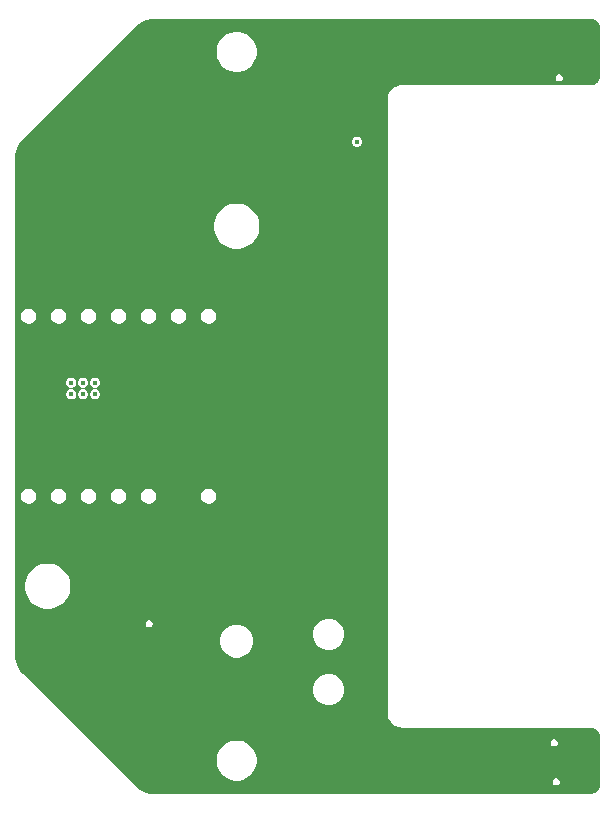
<source format=gbr>
%TF.GenerationSoftware,Altium Limited,Altium Designer,24.10.1 (45)*%
G04 Layer_Physical_Order=3*
G04 Layer_Color=16440176*
%FSLAX45Y45*%
%MOMM*%
%TF.SameCoordinates,5FB93C32-CF51-4A86-A7AC-1E4FFFE00694*%
%TF.FilePolarity,Positive*%
%TF.FileFunction,Copper,L3,Inr,Signal*%
%TF.Part,Single*%
G01*
G75*
%TA.AperFunction,ViaPad*%
%ADD20C,0.45000*%
G36*
X1199997Y6579609D02*
X1199999Y6579609D01*
X1200000Y6579609D01*
X4899978Y6579609D01*
X4907823Y6579601D01*
X4923215Y6576542D01*
X4937706Y6570543D01*
X4950745Y6561833D01*
X4961834Y6550745D01*
X4970547Y6537708D01*
X4976549Y6523220D01*
X4979609Y6507840D01*
X4979609Y6500000D01*
Y6500000D01*
Y6500000D01*
X4979609Y6100025D01*
X4979600Y6092160D01*
X4976539Y6076772D01*
X4970538Y6062284D01*
X4961828Y6049248D01*
X4950740Y6038161D01*
X4937702Y6029449D01*
X4923217Y6023449D01*
X4907840Y6020390D01*
X4900000Y6020391D01*
X4900000D01*
X4900000D01*
X3300000D01*
X3299491Y6020289D01*
X3298977Y6020365D01*
X3289165Y6019872D01*
X3287709Y6019506D01*
X3286210D01*
X3266985Y6015681D01*
X3265129Y6014913D01*
X3263160Y6014521D01*
X3245051Y6007020D01*
X3243381Y6005904D01*
X3241525Y6005136D01*
X3225228Y5994246D01*
X3223808Y5992826D01*
X3222138Y5991710D01*
X3208278Y5977850D01*
X3207162Y5976181D01*
X3205742Y5974760D01*
X3194852Y5958463D01*
X3194084Y5956607D01*
X3192968Y5954937D01*
X3185467Y5936828D01*
X3185075Y5934858D01*
X3184307Y5933003D01*
X3180483Y5913778D01*
Y5912267D01*
X3180115Y5910800D01*
X3179634Y5901000D01*
X3179708Y5900498D01*
X3179609Y5900000D01*
Y700000D01*
X3179708Y699501D01*
X3179634Y698999D01*
X3180116Y689188D01*
X3180483Y687722D01*
Y686210D01*
X3184308Y666984D01*
X3185076Y665129D01*
X3185468Y663158D01*
X3192970Y645048D01*
X3194085Y643379D01*
X3194854Y641523D01*
X3205745Y625224D01*
X3207166Y623804D01*
X3208282Y622134D01*
X3222143Y608274D01*
X3223813Y607158D01*
X3225234Y605738D01*
X3241533Y594848D01*
X3243390Y594079D01*
X3245059Y592964D01*
X3263170Y585464D01*
X3265139Y585072D01*
X3266995Y584304D01*
X3286222Y580481D01*
X3287734Y580481D01*
X3289200Y580114D01*
X3299001Y579634D01*
X3299503Y579708D01*
X3299999Y579609D01*
X4899982D01*
X4907826Y579602D01*
X4923217Y576543D01*
X4937705Y570544D01*
X4950744Y561834D01*
X4961832Y550748D01*
X4970544Y537710D01*
X4976546Y523222D01*
X4979605Y507845D01*
X4979605Y500004D01*
Y500004D01*
D01*
X4979600Y99992D01*
D01*
X4979600Y92151D01*
X4976541Y76773D01*
X4970540Y62286D01*
X4961828Y49248D01*
X4950742Y38161D01*
X4937704Y29450D01*
X4923218Y23450D01*
X4907838Y20390D01*
X4899999D01*
X1199994Y20391D01*
D01*
X1178225Y20391D01*
X1135524Y28886D01*
X1095301Y45547D01*
X1059099Y69736D01*
X1043707Y85129D01*
X85127Y1043705D01*
X85126Y1043705D01*
X85126Y1043706D01*
X69731Y1059099D01*
X45542Y1095300D01*
X28881Y1135525D01*
X20389Y1178228D01*
X20390Y1199997D01*
X20390Y1199998D01*
X20390Y1199999D01*
Y5400051D01*
Y5421815D01*
X28884Y5464504D01*
X45545Y5504715D01*
X69733Y5540903D01*
X85126Y5556289D01*
X85127Y5556291D01*
X85128Y5556292D01*
X1043707Y6514870D01*
X1043707Y6514871D01*
X1059094Y6530258D01*
X1095297Y6554454D01*
X1135522Y6571118D01*
X1178227Y6579611D01*
X1199997Y6579609D01*
D02*
G37*
%LPC*%
G36*
X1916743Y6470000D02*
X1883257D01*
X1850413Y6463467D01*
X1819475Y6450652D01*
X1791631Y6432047D01*
X1767953Y6408368D01*
X1749348Y6380525D01*
X1736533Y6349587D01*
X1730000Y6316743D01*
Y6283256D01*
X1736533Y6250413D01*
X1749348Y6219475D01*
X1767953Y6191631D01*
X1791631Y6167952D01*
X1819475Y6149348D01*
X1850413Y6136533D01*
X1883257Y6130000D01*
X1916743D01*
X1949587Y6136533D01*
X1980525Y6149348D01*
X2008369Y6167952D01*
X2032047Y6191631D01*
X2050652Y6219475D01*
X2063467Y6250413D01*
X2070000Y6283256D01*
Y6316743D01*
X2063467Y6349587D01*
X2050652Y6380525D01*
X2032047Y6408368D01*
X2008369Y6432047D01*
X1980525Y6450652D01*
X1949587Y6463467D01*
X1916743Y6470000D01*
D02*
G37*
G36*
X4635967Y6110000D02*
X4624032D01*
X4613006Y6105433D01*
X4604567Y6096994D01*
X4600000Y6085968D01*
Y6074033D01*
X4604567Y6063006D01*
X4613006Y6054567D01*
X4624032Y6050000D01*
X4635967D01*
X4646993Y6054567D01*
X4655433Y6063006D01*
X4660000Y6074033D01*
Y6085968D01*
X4655433Y6096994D01*
X4646993Y6105433D01*
X4635967Y6110000D01*
D02*
G37*
G36*
X2928454Y5582500D02*
X2911546D01*
X2895926Y5576030D01*
X2883970Y5564074D01*
X2877500Y5548454D01*
Y5531546D01*
X2883970Y5515926D01*
X2895926Y5503970D01*
X2911546Y5497500D01*
X2928454D01*
X2944074Y5503970D01*
X2956030Y5515926D01*
X2962500Y5531546D01*
Y5548454D01*
X2956030Y5564074D01*
X2944074Y5576030D01*
X2928454Y5582500D01*
D02*
G37*
G36*
X1918960Y5016500D02*
X1881040D01*
X1843850Y5009102D01*
X1808817Y4994591D01*
X1777289Y4973524D01*
X1750476Y4946711D01*
X1729409Y4915183D01*
X1714898Y4880150D01*
X1707500Y4842960D01*
Y4805040D01*
X1714898Y4767850D01*
X1729409Y4732817D01*
X1750476Y4701289D01*
X1777289Y4674476D01*
X1808817Y4653409D01*
X1843850Y4638898D01*
X1881040Y4631500D01*
X1918960D01*
X1956150Y4638898D01*
X1991183Y4653409D01*
X2022711Y4674476D01*
X2049524Y4701289D01*
X2070591Y4732817D01*
X2085102Y4767850D01*
X2092500Y4805040D01*
Y4842960D01*
X2085102Y4880150D01*
X2070591Y4915183D01*
X2049524Y4946711D01*
X2022711Y4973524D01*
X1991183Y4994591D01*
X1956150Y5009102D01*
X1918960Y5016500D01*
D02*
G37*
G36*
X1670556Y4127000D02*
X1653441D01*
X1636909Y4122570D01*
X1622087Y4114013D01*
X1609985Y4101911D01*
X1601428Y4087089D01*
X1596998Y4070558D01*
Y4053442D01*
X1601428Y4036911D01*
X1609985Y4022089D01*
X1622087Y4009987D01*
X1636909Y4001430D01*
X1653441Y3997000D01*
X1670556D01*
X1687087Y4001430D01*
X1701909Y4009987D01*
X1714011Y4022089D01*
X1722568Y4036911D01*
X1726998Y4053442D01*
Y4070558D01*
X1722568Y4087089D01*
X1714011Y4101911D01*
X1701909Y4114013D01*
X1687087Y4122570D01*
X1670556Y4127000D01*
D02*
G37*
G36*
X1416556D02*
X1399441D01*
X1382909Y4122570D01*
X1368087Y4114013D01*
X1355985Y4101911D01*
X1347428Y4087089D01*
X1342998Y4070558D01*
Y4053442D01*
X1347428Y4036911D01*
X1355985Y4022089D01*
X1368087Y4009987D01*
X1382909Y4001430D01*
X1399441Y3997000D01*
X1416556D01*
X1433087Y4001430D01*
X1447909Y4009987D01*
X1460011Y4022089D01*
X1468568Y4036911D01*
X1472998Y4053442D01*
Y4070558D01*
X1468568Y4087089D01*
X1460011Y4101911D01*
X1447909Y4114013D01*
X1433087Y4122570D01*
X1416556Y4127000D01*
D02*
G37*
G36*
X1162556D02*
X1145441D01*
X1128909Y4122570D01*
X1114087Y4114013D01*
X1101985Y4101911D01*
X1093428Y4087089D01*
X1088998Y4070558D01*
Y4053442D01*
X1093428Y4036911D01*
X1101985Y4022089D01*
X1114087Y4009987D01*
X1128909Y4001430D01*
X1145441Y3997000D01*
X1162556D01*
X1179087Y4001430D01*
X1193909Y4009987D01*
X1206011Y4022089D01*
X1214568Y4036911D01*
X1218998Y4053442D01*
Y4070558D01*
X1214568Y4087089D01*
X1206011Y4101911D01*
X1193909Y4114013D01*
X1179087Y4122570D01*
X1162556Y4127000D01*
D02*
G37*
G36*
X908556D02*
X891441D01*
X874909Y4122570D01*
X860087Y4114013D01*
X847985Y4101911D01*
X839428Y4087089D01*
X834998Y4070558D01*
Y4053442D01*
X839428Y4036911D01*
X847985Y4022089D01*
X860087Y4009987D01*
X874909Y4001430D01*
X891441Y3997000D01*
X908556D01*
X925087Y4001430D01*
X939909Y4009987D01*
X952011Y4022089D01*
X960568Y4036911D01*
X964998Y4053442D01*
Y4070558D01*
X960568Y4087089D01*
X952011Y4101911D01*
X939909Y4114013D01*
X925087Y4122570D01*
X908556Y4127000D01*
D02*
G37*
G36*
X654556D02*
X637441D01*
X620909Y4122570D01*
X606087Y4114013D01*
X593985Y4101911D01*
X585428Y4087089D01*
X580998Y4070558D01*
Y4053442D01*
X585428Y4036911D01*
X593985Y4022089D01*
X606087Y4009987D01*
X620909Y4001430D01*
X637441Y3997000D01*
X654556D01*
X671087Y4001430D01*
X685909Y4009987D01*
X698011Y4022089D01*
X706568Y4036911D01*
X710998Y4053442D01*
Y4070558D01*
X706568Y4087089D01*
X698011Y4101911D01*
X685909Y4114013D01*
X671087Y4122570D01*
X654556Y4127000D01*
D02*
G37*
G36*
X400556D02*
X383441D01*
X366909Y4122570D01*
X352087Y4114013D01*
X339985Y4101911D01*
X331428Y4087089D01*
X326998Y4070558D01*
Y4053442D01*
X331428Y4036911D01*
X339985Y4022089D01*
X352087Y4009987D01*
X366909Y4001430D01*
X383441Y3997000D01*
X400556D01*
X417087Y4001430D01*
X431909Y4009987D01*
X444011Y4022089D01*
X452568Y4036911D01*
X456998Y4053442D01*
Y4070558D01*
X452568Y4087089D01*
X444011Y4101911D01*
X431909Y4114013D01*
X417087Y4122570D01*
X400556Y4127000D01*
D02*
G37*
G36*
X146556D02*
X129441D01*
X112909Y4122570D01*
X98087Y4114013D01*
X85985Y4101911D01*
X77428Y4087089D01*
X72998Y4070558D01*
Y4053442D01*
X77428Y4036911D01*
X85985Y4022089D01*
X98087Y4009987D01*
X112909Y4001430D01*
X129441Y3997000D01*
X146556D01*
X163087Y4001430D01*
X177909Y4009987D01*
X190011Y4022089D01*
X198568Y4036911D01*
X202998Y4053442D01*
Y4070558D01*
X198568Y4087089D01*
X190011Y4101911D01*
X177909Y4114013D01*
X163087Y4122570D01*
X146556Y4127000D01*
D02*
G37*
G36*
X708453Y3542500D02*
X691545D01*
X675925Y3536030D01*
X663969Y3524074D01*
X657499Y3508453D01*
Y3491546D01*
X663969Y3475926D01*
X675925Y3463970D01*
X691545Y3457500D01*
X708453D01*
X724073Y3463970D01*
X736029Y3475926D01*
X742499Y3491546D01*
Y3508453D01*
X736029Y3524074D01*
X724073Y3536030D01*
X708453Y3542500D01*
D02*
G37*
G36*
X608453D02*
X591545D01*
X575925Y3536030D01*
X563969Y3524074D01*
X557499Y3508453D01*
Y3491546D01*
X563969Y3475926D01*
X575925Y3463970D01*
X591545Y3457500D01*
X608453D01*
X624073Y3463970D01*
X636029Y3475926D01*
X642499Y3491546D01*
Y3508453D01*
X636029Y3524074D01*
X624073Y3536030D01*
X608453Y3542500D01*
D02*
G37*
G36*
X508453D02*
X491546D01*
X475925Y3536030D01*
X463970Y3524074D01*
X457499Y3508453D01*
Y3491546D01*
X463970Y3475926D01*
X475925Y3463970D01*
X491546Y3457500D01*
X508453D01*
X524073Y3463970D01*
X536029Y3475926D01*
X542499Y3491546D01*
Y3508453D01*
X536029Y3524074D01*
X524073Y3536030D01*
X508453Y3542500D01*
D02*
G37*
G36*
X708453Y3442500D02*
X691545D01*
X675925Y3436029D01*
X663969Y3424074D01*
X657499Y3408453D01*
Y3391546D01*
X663969Y3375926D01*
X675925Y3363970D01*
X691545Y3357500D01*
X708453D01*
X724073Y3363970D01*
X736029Y3375926D01*
X742499Y3391546D01*
Y3408453D01*
X736029Y3424074D01*
X724073Y3436029D01*
X708453Y3442500D01*
D02*
G37*
G36*
X608453D02*
X591545D01*
X575925Y3436029D01*
X563969Y3424074D01*
X557499Y3408453D01*
Y3391546D01*
X563969Y3375926D01*
X575925Y3363970D01*
X591545Y3357500D01*
X608453D01*
X624073Y3363970D01*
X636029Y3375926D01*
X642499Y3391546D01*
Y3408453D01*
X636029Y3424074D01*
X624073Y3436029D01*
X608453Y3442500D01*
D02*
G37*
G36*
X508453D02*
X491546D01*
X475925Y3436029D01*
X463970Y3424074D01*
X457499Y3408453D01*
Y3391546D01*
X463970Y3375926D01*
X475925Y3363970D01*
X491546Y3357500D01*
X508453D01*
X524073Y3363970D01*
X536029Y3375926D01*
X542499Y3391546D01*
Y3408453D01*
X536029Y3424074D01*
X524073Y3436029D01*
X508453Y3442500D01*
D02*
G37*
G36*
X1670556Y2603000D02*
X1653441D01*
X1636909Y2598570D01*
X1622087Y2590013D01*
X1609985Y2577911D01*
X1601428Y2563089D01*
X1596998Y2546558D01*
Y2529442D01*
X1601428Y2512911D01*
X1609985Y2498089D01*
X1622087Y2485987D01*
X1636909Y2477430D01*
X1653441Y2473000D01*
X1670556D01*
X1687087Y2477430D01*
X1701909Y2485987D01*
X1714011Y2498089D01*
X1722568Y2512911D01*
X1726998Y2529442D01*
Y2546558D01*
X1722568Y2563089D01*
X1714011Y2577911D01*
X1701909Y2590013D01*
X1687087Y2598570D01*
X1670556Y2603000D01*
D02*
G37*
G36*
X1162556D02*
X1145441D01*
X1128909Y2598570D01*
X1114087Y2590013D01*
X1101985Y2577911D01*
X1093428Y2563089D01*
X1088998Y2546558D01*
Y2529442D01*
X1093428Y2512911D01*
X1101985Y2498089D01*
X1114087Y2485987D01*
X1128909Y2477430D01*
X1145441Y2473000D01*
X1162556D01*
X1179087Y2477430D01*
X1193909Y2485987D01*
X1206011Y2498089D01*
X1214568Y2512911D01*
X1218998Y2529442D01*
Y2546558D01*
X1214568Y2563089D01*
X1206011Y2577911D01*
X1193909Y2590013D01*
X1179087Y2598570D01*
X1162556Y2603000D01*
D02*
G37*
G36*
X908556D02*
X891441D01*
X874909Y2598570D01*
X860087Y2590013D01*
X847985Y2577911D01*
X839428Y2563089D01*
X834998Y2546558D01*
Y2529442D01*
X839428Y2512911D01*
X847985Y2498089D01*
X860087Y2485987D01*
X874909Y2477430D01*
X891441Y2473000D01*
X908556D01*
X925087Y2477430D01*
X939909Y2485987D01*
X952011Y2498089D01*
X960568Y2512911D01*
X964998Y2529442D01*
Y2546558D01*
X960568Y2563089D01*
X952011Y2577911D01*
X939909Y2590013D01*
X925087Y2598570D01*
X908556Y2603000D01*
D02*
G37*
G36*
X654556D02*
X637441D01*
X620909Y2598570D01*
X606087Y2590013D01*
X593985Y2577911D01*
X585428Y2563089D01*
X580998Y2546558D01*
Y2529442D01*
X585428Y2512911D01*
X593985Y2498089D01*
X606087Y2485987D01*
X620909Y2477430D01*
X637441Y2473000D01*
X654556D01*
X671087Y2477430D01*
X685909Y2485987D01*
X698011Y2498089D01*
X706568Y2512911D01*
X710998Y2529442D01*
Y2546558D01*
X706568Y2563089D01*
X698011Y2577911D01*
X685909Y2590013D01*
X671087Y2598570D01*
X654556Y2603000D01*
D02*
G37*
G36*
X400556D02*
X383441D01*
X366909Y2598570D01*
X352087Y2590013D01*
X339985Y2577911D01*
X331428Y2563089D01*
X326998Y2546558D01*
Y2529442D01*
X331428Y2512911D01*
X339985Y2498089D01*
X352087Y2485987D01*
X366909Y2477430D01*
X383441Y2473000D01*
X400556D01*
X417087Y2477430D01*
X431909Y2485987D01*
X444011Y2498089D01*
X452568Y2512911D01*
X456998Y2529442D01*
Y2546558D01*
X452568Y2563089D01*
X444011Y2577911D01*
X431909Y2590013D01*
X417087Y2598570D01*
X400556Y2603000D01*
D02*
G37*
G36*
X146556D02*
X129441D01*
X112909Y2598570D01*
X98087Y2590013D01*
X85985Y2577911D01*
X77428Y2563089D01*
X72998Y2546558D01*
Y2529442D01*
X77428Y2512911D01*
X85985Y2498089D01*
X98087Y2485987D01*
X112909Y2477430D01*
X129441Y2473000D01*
X146556D01*
X163087Y2477430D01*
X177909Y2485987D01*
X190011Y2498089D01*
X198568Y2512911D01*
X202998Y2529442D01*
Y2546558D01*
X198568Y2563089D01*
X190011Y2577911D01*
X177909Y2590013D01*
X163087Y2598570D01*
X146556Y2603000D01*
D02*
G37*
G36*
X318960Y1968500D02*
X281041D01*
X243850Y1961102D01*
X208817Y1946591D01*
X177289Y1925524D01*
X150476Y1898711D01*
X129409Y1867183D01*
X114898Y1832150D01*
X107500Y1794960D01*
Y1757040D01*
X114898Y1719850D01*
X129409Y1684817D01*
X150476Y1653289D01*
X177289Y1626476D01*
X208817Y1605409D01*
X243850Y1590898D01*
X281041Y1583500D01*
X318960D01*
X356150Y1590898D01*
X391183Y1605409D01*
X422712Y1626476D01*
X449525Y1653289D01*
X470591Y1684817D01*
X485102Y1719850D01*
X492500Y1757040D01*
Y1794960D01*
X485102Y1832150D01*
X470591Y1867183D01*
X449525Y1898711D01*
X422712Y1925524D01*
X391183Y1946591D01*
X356150Y1961102D01*
X318960Y1968500D01*
D02*
G37*
G36*
X1165967Y1490000D02*
X1154032D01*
X1143006Y1485433D01*
X1134567Y1476993D01*
X1130000Y1465967D01*
Y1454032D01*
X1134567Y1443006D01*
X1143006Y1434567D01*
X1154032Y1430000D01*
X1165967D01*
X1176994Y1434567D01*
X1185433Y1443006D01*
X1190000Y1454032D01*
Y1465967D01*
X1185433Y1476993D01*
X1176994Y1485433D01*
X1165967Y1490000D01*
D02*
G37*
G36*
X2697115Y1500000D02*
X2662885D01*
X2629822Y1491141D01*
X2600178Y1474026D01*
X2575974Y1449822D01*
X2558859Y1420178D01*
X2550000Y1387115D01*
Y1352885D01*
X2558859Y1319822D01*
X2575974Y1290178D01*
X2600178Y1265974D01*
X2629822Y1248859D01*
X2662885Y1240000D01*
X2697115D01*
X2730178Y1248859D01*
X2759822Y1265974D01*
X2784026Y1290178D01*
X2801141Y1319822D01*
X2810000Y1352885D01*
Y1387115D01*
X2801141Y1420178D01*
X2784026Y1449822D01*
X2759822Y1474026D01*
X2730178Y1491141D01*
X2697115Y1500000D01*
D02*
G37*
G36*
X1918365Y1451500D02*
X1881635D01*
X1846155Y1441993D01*
X1814345Y1423628D01*
X1788372Y1397655D01*
X1770007Y1365845D01*
X1760500Y1330365D01*
Y1293634D01*
X1770007Y1258155D01*
X1788372Y1226345D01*
X1814345Y1200372D01*
X1846155Y1182007D01*
X1881635Y1172500D01*
X1918365D01*
X1953845Y1182007D01*
X1985655Y1200372D01*
X2011628Y1226345D01*
X2029993Y1258155D01*
X2039500Y1293634D01*
Y1330365D01*
X2029993Y1365845D01*
X2011628Y1397655D01*
X1985655Y1423628D01*
X1953845Y1441993D01*
X1918365Y1451500D01*
D02*
G37*
G36*
X2697115Y1030000D02*
X2662885D01*
X2629822Y1021141D01*
X2600178Y1004026D01*
X2575974Y979822D01*
X2558859Y950178D01*
X2550000Y917115D01*
Y882885D01*
X2558859Y849822D01*
X2575974Y820178D01*
X2600178Y795974D01*
X2629822Y778859D01*
X2662885Y770000D01*
X2697115D01*
X2730178Y778859D01*
X2759822Y795974D01*
X2784026Y820178D01*
X2801141Y849822D01*
X2810000Y882885D01*
Y917115D01*
X2801141Y950178D01*
X2784026Y979822D01*
X2759822Y1004026D01*
X2730178Y1021141D01*
X2697115Y1030000D01*
D02*
G37*
G36*
X4595967Y480000D02*
X4584032D01*
X4573006Y475433D01*
X4564567Y466993D01*
X4560000Y455967D01*
Y444032D01*
X4564567Y433006D01*
X4573006Y424567D01*
X4584032Y420000D01*
X4595967D01*
X4606994Y424567D01*
X4615433Y433006D01*
X4620000Y444032D01*
Y455967D01*
X4615433Y466993D01*
X4606994Y475433D01*
X4595967Y480000D01*
D02*
G37*
G36*
X1916743Y470000D02*
X1883257D01*
X1850413Y463467D01*
X1819475Y450652D01*
X1791631Y432047D01*
X1767953Y408369D01*
X1749348Y380525D01*
X1736533Y349587D01*
X1730000Y316743D01*
Y283256D01*
X1736533Y250413D01*
X1749348Y219475D01*
X1767953Y191631D01*
X1791631Y167952D01*
X1819475Y149348D01*
X1850413Y136533D01*
X1883257Y130000D01*
X1916743D01*
X1949587Y136533D01*
X1980525Y149348D01*
X2008369Y167952D01*
X2032047Y191631D01*
X2050652Y219475D01*
X2063467Y250413D01*
X2070000Y283256D01*
Y316743D01*
X2063467Y349587D01*
X2050652Y380525D01*
X2032047Y408369D01*
X2008369Y432047D01*
X1980525Y450652D01*
X1949587Y463467D01*
X1916743Y470000D01*
D02*
G37*
G36*
X4610968Y150000D02*
X4599033D01*
X4588007Y145433D01*
X4579567Y136993D01*
X4575000Y125967D01*
Y114032D01*
X4579567Y103006D01*
X4588007Y94567D01*
X4599033Y90000D01*
X4610968D01*
X4621994Y94567D01*
X4630433Y103006D01*
X4635000Y114032D01*
Y125967D01*
X4630433Y136993D01*
X4621994Y145433D01*
X4610968Y150000D01*
D02*
G37*
%LPD*%
D20*
X2920000Y5540000D02*
D03*
X2530000Y3070000D02*
D03*
Y2570000D02*
D03*
Y3570000D02*
D03*
X499999Y3500000D02*
D03*
Y3400000D02*
D03*
X599999Y3500000D02*
D03*
Y3400000D02*
D03*
X699999D02*
D03*
Y3500000D02*
D03*
Y3200000D02*
D03*
Y3100000D02*
D03*
X60000Y3800000D02*
D03*
X2530000Y2500000D02*
D03*
X1070000Y1450000D02*
D03*
X1820000Y5740000D02*
D03*
X670000Y4890000D02*
D03*
X2480000D02*
D03*
X3150000Y5950000D02*
D03*
X3670000Y6050000D02*
D03*
X4010000D02*
D03*
X4560000D02*
D03*
X4160000Y6160000D02*
D03*
X4900000Y6070000D02*
D03*
X4860000Y6490000D02*
D03*
X4280000Y6510000D02*
D03*
X3480000Y6520000D02*
D03*
X2640000Y6510000D02*
D03*
X1740000D02*
D03*
X1140000Y6470000D02*
D03*
X570000Y5980000D02*
D03*
X140000Y5420000D02*
D03*
X90000Y4920000D02*
D03*
X1450000Y4390000D02*
D03*
X720000Y4470000D02*
D03*
X110000Y4430000D02*
D03*
X3100000Y5070000D02*
D03*
X3120000Y2810000D02*
D03*
X3110000Y3600000D02*
D03*
X3130000Y1830000D02*
D03*
X3140000Y1090000D02*
D03*
X3110000Y3800000D02*
D03*
X3120000Y80000D02*
D03*
X4020000Y70000D02*
D03*
X3160000Y340000D02*
D03*
X3950000Y330000D02*
D03*
X4930000Y100000D02*
D03*
X4900000Y520000D02*
D03*
X3160000Y630000D02*
D03*
X2390000Y100000D02*
D03*
X1160000Y140000D02*
D03*
X350000Y950000D02*
D03*
X90000Y1320000D02*
D03*
X100000Y2180000D02*
D03*
X1000000Y2200000D02*
D03*
X60000Y2740000D02*
D03*
Y3270000D02*
D03*
X599999Y3100000D02*
D03*
Y3200000D02*
D03*
X499999Y3100000D02*
D03*
Y3200000D02*
D03*
X1700000Y1740000D02*
D03*
X3040000Y5550000D02*
D03*
X2820000D02*
D03*
X4640000Y500000D02*
D03*
X1010000Y5780000D02*
D03*
X1390000Y5400000D02*
D03*
Y5980000D02*
D03*
X1190000D02*
D03*
X1290000Y5300000D02*
D03*
Y5880000D02*
D03*
X1390000Y5780000D02*
D03*
X1290000Y5680000D02*
D03*
X1190000Y5780000D02*
D03*
Y5600000D02*
D03*
X1390000D02*
D03*
X1290000Y5500000D02*
D03*
X1190000Y5400000D02*
D03*
X1100000Y5500000D02*
D03*
X1010000Y5600000D02*
D03*
X1100000Y5680000D02*
D03*
Y5880000D02*
D03*
X1010000Y5980000D02*
D03*
X910000Y5880000D02*
D03*
X810000Y5780000D02*
D03*
X910000Y5680000D02*
D03*
X810000Y5600000D02*
D03*
X910000Y5500000D02*
D03*
X810000Y5400000D02*
D03*
X910000Y5300000D02*
D03*
X1010000Y5400000D02*
D03*
X810000Y5980000D02*
D03*
X1100000Y5300000D02*
D03*
X4410000Y190000D02*
D03*
X4775000Y120000D02*
D03*
X4790500Y299999D02*
D03*
X4409500D02*
D03*
%TF.MD5,718b93295e0133aea3485045b7e5f6bc*%
M02*

</source>
